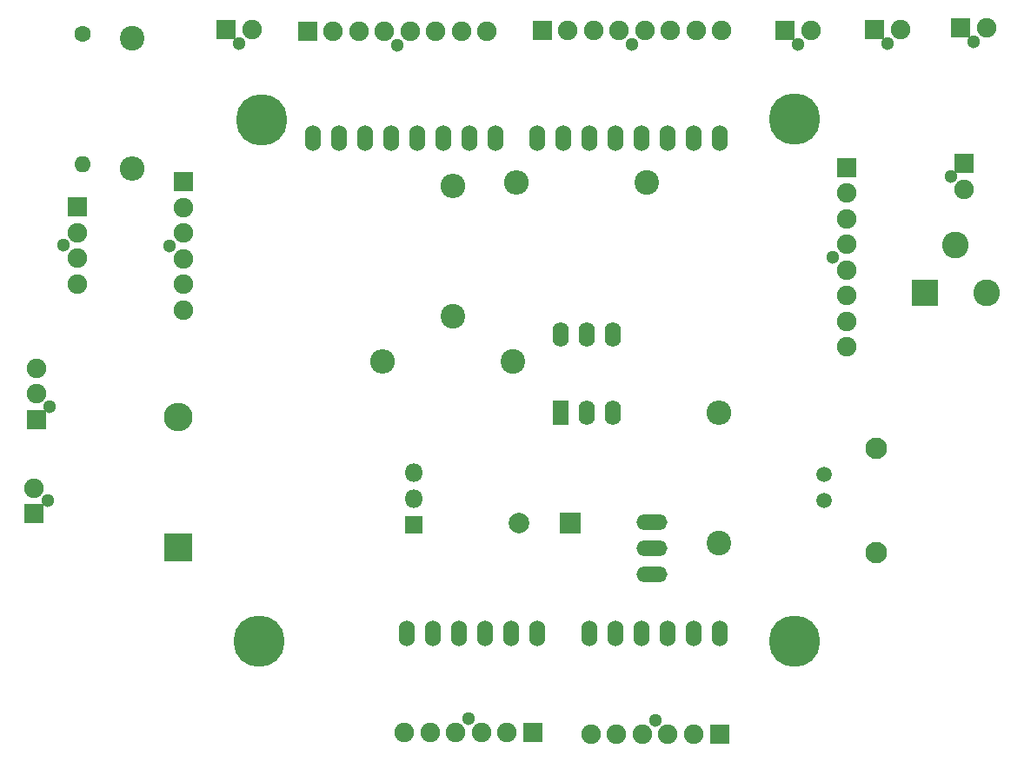
<source format=gbr>
G04 #@! TF.GenerationSoftware,KiCad,Pcbnew,(5.1.2)-2*
G04 #@! TF.CreationDate,2019-07-05T17:58:29+05:30*
G04 #@! TF.ProjectId,AnimalBehaviour,416e696d-616c-4426-9568-6176696f7572,rev?*
G04 #@! TF.SameCoordinates,Original*
G04 #@! TF.FileFunction,Soldermask,Top*
G04 #@! TF.FilePolarity,Negative*
%FSLAX46Y46*%
G04 Gerber Fmt 4.6, Leading zero omitted, Abs format (unit mm)*
G04 Created by KiCad (PCBNEW (5.1.2)-2) date 2019-07-05 17:58:29*
%MOMM*%
%LPD*%
G04 APERTURE LIST*
%ADD10R,1.900000X1.900000*%
%ADD11C,1.900000*%
%ADD12C,1.300000*%
%ADD13O,1.600000X2.400000*%
%ADD14R,1.600000X2.400000*%
%ADD15O,1.524000X2.540000*%
%ADD16C,5.000000*%
%ADD17C,2.000000*%
%ADD18R,2.000000X2.000000*%
%ADD19O,2.800000X2.800000*%
%ADD20R,2.800000X2.800000*%
%ADD21C,2.600000*%
%ADD22R,2.600000X2.600000*%
%ADD23C,1.500000*%
%ADD24C,2.100000*%
%ADD25O,1.800000X1.800000*%
%ADD26R,1.800000X1.800000*%
%ADD27O,1.600000X1.600000*%
%ADD28C,1.600000*%
%ADD29O,2.400000X2.400000*%
%ADD30C,2.400000*%
%ADD31O,3.010000X1.510000*%
G04 APERTURE END LIST*
D10*
X154450000Y-73700000D03*
D11*
X154450000Y-76200000D03*
X154450000Y-78700000D03*
X154450000Y-81200000D03*
X154450000Y-83700000D03*
X154450000Y-86200000D03*
X154450000Y-88700000D03*
X154450000Y-91200000D03*
D12*
X153110000Y-82450000D03*
D13*
X126550000Y-89950000D03*
X131630000Y-97570000D03*
X129090000Y-89950000D03*
X129090000Y-97570000D03*
X131630000Y-89950000D03*
D14*
X126550000Y-97570000D03*
D12*
X88470000Y-81330000D03*
D11*
X89810000Y-87580000D03*
X89810000Y-85080000D03*
X89810000Y-82580000D03*
X89810000Y-80080000D03*
X89810000Y-77580000D03*
D10*
X89810000Y-75080000D03*
D15*
X142100000Y-119140000D03*
X139560000Y-119140000D03*
X137020000Y-119140000D03*
X129400000Y-119140000D03*
X131940000Y-119140000D03*
X134480000Y-119140000D03*
X124320000Y-119140000D03*
X121780000Y-119140000D03*
X119240000Y-119140000D03*
X114160000Y-119140000D03*
X111620000Y-119140000D03*
X142100000Y-70880000D03*
X139560000Y-70880000D03*
X137020000Y-70880000D03*
X134480000Y-70880000D03*
X131940000Y-70880000D03*
X129400000Y-70880000D03*
X126860000Y-70880000D03*
X124320000Y-70880000D03*
X120256000Y-70880000D03*
X117716000Y-70880000D03*
X115176000Y-70880000D03*
X112636000Y-70880000D03*
X110096000Y-70880000D03*
X107556000Y-70880000D03*
X105016000Y-70880000D03*
X102476000Y-70880000D03*
X116700000Y-119140000D03*
D16*
X149360000Y-119860000D03*
X149360000Y-69010000D03*
X97410000Y-69060000D03*
X97210000Y-119860000D03*
D17*
X122500000Y-108390000D03*
D18*
X127500000Y-108390000D03*
D19*
X89360000Y-98030000D03*
D20*
X89360000Y-110730000D03*
D10*
X148460000Y-60370000D03*
D11*
X150960000Y-60370000D03*
D12*
X149710000Y-61710000D03*
X78150000Y-81290000D03*
D11*
X79490000Y-85040000D03*
X79490000Y-82540000D03*
X79490000Y-80040000D03*
D10*
X79490000Y-77540000D03*
D12*
X95270000Y-61640000D03*
D11*
X96520000Y-60300000D03*
D10*
X94020000Y-60300000D03*
D12*
X164560000Y-74560000D03*
D11*
X165900000Y-75810000D03*
D10*
X165900000Y-73310000D03*
D21*
X165030000Y-81250000D03*
X168030000Y-85950000D03*
D22*
X162030000Y-85950000D03*
D10*
X165560000Y-60100000D03*
D11*
X168060000Y-60100000D03*
D12*
X166810000Y-61440000D03*
D23*
X152260000Y-106180000D03*
X152260000Y-103640000D03*
D24*
X157340000Y-101100000D03*
X157340000Y-111260000D03*
D10*
X157160000Y-60270000D03*
D11*
X159660000Y-60270000D03*
D12*
X158410000Y-61610000D03*
X76830000Y-97000000D03*
D11*
X75490000Y-93250000D03*
X75490000Y-95750000D03*
D10*
X75490000Y-98250000D03*
D12*
X76630000Y-106190000D03*
D11*
X75290000Y-104940000D03*
D10*
X75290000Y-107440000D03*
X123860000Y-128750000D03*
D11*
X121360000Y-128750000D03*
X118860000Y-128750000D03*
X116360000Y-128750000D03*
X113860000Y-128750000D03*
X111360000Y-128750000D03*
D12*
X117610000Y-127410000D03*
X135780000Y-127580000D03*
D11*
X129530000Y-128920000D03*
X132030000Y-128920000D03*
X134530000Y-128920000D03*
X137030000Y-128920000D03*
X139530000Y-128920000D03*
D10*
X142030000Y-128920000D03*
D12*
X110670000Y-61750000D03*
D11*
X119420000Y-60410000D03*
X116920000Y-60410000D03*
X114420000Y-60410000D03*
X111920000Y-60410000D03*
X109420000Y-60410000D03*
X106920000Y-60410000D03*
X104420000Y-60410000D03*
D10*
X101920000Y-60410000D03*
D12*
X133520000Y-61680000D03*
D11*
X142270000Y-60340000D03*
X139770000Y-60340000D03*
X137270000Y-60340000D03*
X134770000Y-60340000D03*
X132270000Y-60340000D03*
X129770000Y-60340000D03*
X127270000Y-60340000D03*
D10*
X124770000Y-60340000D03*
D25*
X112300000Y-103410000D03*
X112300000Y-105950000D03*
D26*
X112300000Y-108490000D03*
D27*
X79990000Y-73360000D03*
D28*
X79990000Y-60660000D03*
D29*
X84810000Y-73830000D03*
D30*
X84810000Y-61130000D03*
D29*
X122250000Y-75140000D03*
D30*
X134950000Y-75140000D03*
X141960000Y-110290000D03*
D29*
X141960000Y-97590000D03*
D30*
X116040000Y-88240000D03*
D29*
X116040000Y-75540000D03*
X109190000Y-92590000D03*
D30*
X121890000Y-92590000D03*
D31*
X135480000Y-113390000D03*
X135480000Y-110850000D03*
X135480000Y-108310000D03*
M02*

</source>
